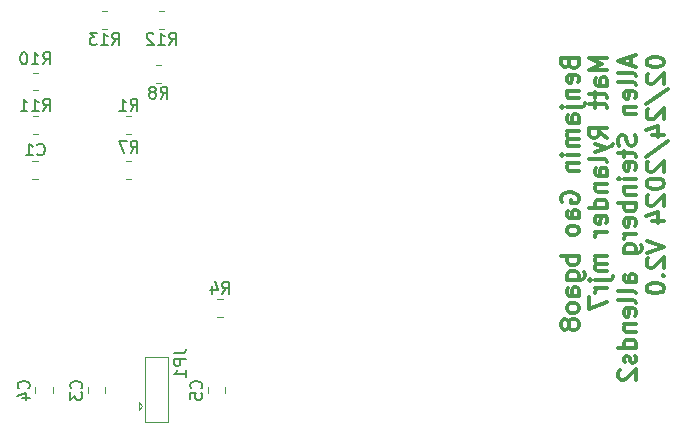
<source format=gbr>
%TF.GenerationSoftware,KiCad,Pcbnew,7.0.10*%
%TF.CreationDate,2024-03-04T00:36:13-06:00*%
%TF.ProjectId,ESP32,45535033-322e-46b6-9963-61645f706362,rev?*%
%TF.SameCoordinates,Original*%
%TF.FileFunction,Legend,Bot*%
%TF.FilePolarity,Positive*%
%FSLAX46Y46*%
G04 Gerber Fmt 4.6, Leading zero omitted, Abs format (unit mm)*
G04 Created by KiCad (PCBNEW 7.0.10) date 2024-03-04 00:36:13*
%MOMM*%
%LPD*%
G01*
G04 APERTURE LIST*
%ADD10C,0.300000*%
%ADD11C,0.150000*%
%ADD12C,0.120000*%
G04 APERTURE END LIST*
D10*
X135026114Y-88430510D02*
X135097542Y-88644796D01*
X135097542Y-88644796D02*
X135168971Y-88716225D01*
X135168971Y-88716225D02*
X135311828Y-88787653D01*
X135311828Y-88787653D02*
X135526114Y-88787653D01*
X135526114Y-88787653D02*
X135668971Y-88716225D01*
X135668971Y-88716225D02*
X135740400Y-88644796D01*
X135740400Y-88644796D02*
X135811828Y-88501939D01*
X135811828Y-88501939D02*
X135811828Y-87930510D01*
X135811828Y-87930510D02*
X134311828Y-87930510D01*
X134311828Y-87930510D02*
X134311828Y-88430510D01*
X134311828Y-88430510D02*
X134383257Y-88573368D01*
X134383257Y-88573368D02*
X134454685Y-88644796D01*
X134454685Y-88644796D02*
X134597542Y-88716225D01*
X134597542Y-88716225D02*
X134740400Y-88716225D01*
X134740400Y-88716225D02*
X134883257Y-88644796D01*
X134883257Y-88644796D02*
X134954685Y-88573368D01*
X134954685Y-88573368D02*
X135026114Y-88430510D01*
X135026114Y-88430510D02*
X135026114Y-87930510D01*
X135740400Y-90001939D02*
X135811828Y-89859082D01*
X135811828Y-89859082D02*
X135811828Y-89573368D01*
X135811828Y-89573368D02*
X135740400Y-89430510D01*
X135740400Y-89430510D02*
X135597542Y-89359082D01*
X135597542Y-89359082D02*
X135026114Y-89359082D01*
X135026114Y-89359082D02*
X134883257Y-89430510D01*
X134883257Y-89430510D02*
X134811828Y-89573368D01*
X134811828Y-89573368D02*
X134811828Y-89859082D01*
X134811828Y-89859082D02*
X134883257Y-90001939D01*
X134883257Y-90001939D02*
X135026114Y-90073368D01*
X135026114Y-90073368D02*
X135168971Y-90073368D01*
X135168971Y-90073368D02*
X135311828Y-89359082D01*
X134811828Y-90716224D02*
X135811828Y-90716224D01*
X134954685Y-90716224D02*
X134883257Y-90787653D01*
X134883257Y-90787653D02*
X134811828Y-90930510D01*
X134811828Y-90930510D02*
X134811828Y-91144796D01*
X134811828Y-91144796D02*
X134883257Y-91287653D01*
X134883257Y-91287653D02*
X135026114Y-91359082D01*
X135026114Y-91359082D02*
X135811828Y-91359082D01*
X134811828Y-92073367D02*
X136097542Y-92073367D01*
X136097542Y-92073367D02*
X136240400Y-92001939D01*
X136240400Y-92001939D02*
X136311828Y-91859082D01*
X136311828Y-91859082D02*
X136311828Y-91787653D01*
X134311828Y-92073367D02*
X134383257Y-92001939D01*
X134383257Y-92001939D02*
X134454685Y-92073367D01*
X134454685Y-92073367D02*
X134383257Y-92144796D01*
X134383257Y-92144796D02*
X134311828Y-92073367D01*
X134311828Y-92073367D02*
X134454685Y-92073367D01*
X135811828Y-93430511D02*
X135026114Y-93430511D01*
X135026114Y-93430511D02*
X134883257Y-93359082D01*
X134883257Y-93359082D02*
X134811828Y-93216225D01*
X134811828Y-93216225D02*
X134811828Y-92930511D01*
X134811828Y-92930511D02*
X134883257Y-92787653D01*
X135740400Y-93430511D02*
X135811828Y-93287653D01*
X135811828Y-93287653D02*
X135811828Y-92930511D01*
X135811828Y-92930511D02*
X135740400Y-92787653D01*
X135740400Y-92787653D02*
X135597542Y-92716225D01*
X135597542Y-92716225D02*
X135454685Y-92716225D01*
X135454685Y-92716225D02*
X135311828Y-92787653D01*
X135311828Y-92787653D02*
X135240400Y-92930511D01*
X135240400Y-92930511D02*
X135240400Y-93287653D01*
X135240400Y-93287653D02*
X135168971Y-93430511D01*
X135811828Y-94144796D02*
X134811828Y-94144796D01*
X134954685Y-94144796D02*
X134883257Y-94216225D01*
X134883257Y-94216225D02*
X134811828Y-94359082D01*
X134811828Y-94359082D02*
X134811828Y-94573368D01*
X134811828Y-94573368D02*
X134883257Y-94716225D01*
X134883257Y-94716225D02*
X135026114Y-94787654D01*
X135026114Y-94787654D02*
X135811828Y-94787654D01*
X135026114Y-94787654D02*
X134883257Y-94859082D01*
X134883257Y-94859082D02*
X134811828Y-95001939D01*
X134811828Y-95001939D02*
X134811828Y-95216225D01*
X134811828Y-95216225D02*
X134883257Y-95359082D01*
X134883257Y-95359082D02*
X135026114Y-95430511D01*
X135026114Y-95430511D02*
X135811828Y-95430511D01*
X135811828Y-96144796D02*
X134811828Y-96144796D01*
X134311828Y-96144796D02*
X134383257Y-96073368D01*
X134383257Y-96073368D02*
X134454685Y-96144796D01*
X134454685Y-96144796D02*
X134383257Y-96216225D01*
X134383257Y-96216225D02*
X134311828Y-96144796D01*
X134311828Y-96144796D02*
X134454685Y-96144796D01*
X134811828Y-96859082D02*
X135811828Y-96859082D01*
X134954685Y-96859082D02*
X134883257Y-96930511D01*
X134883257Y-96930511D02*
X134811828Y-97073368D01*
X134811828Y-97073368D02*
X134811828Y-97287654D01*
X134811828Y-97287654D02*
X134883257Y-97430511D01*
X134883257Y-97430511D02*
X135026114Y-97501940D01*
X135026114Y-97501940D02*
X135811828Y-97501940D01*
X134383257Y-100144797D02*
X134311828Y-100001940D01*
X134311828Y-100001940D02*
X134311828Y-99787654D01*
X134311828Y-99787654D02*
X134383257Y-99573368D01*
X134383257Y-99573368D02*
X134526114Y-99430511D01*
X134526114Y-99430511D02*
X134668971Y-99359082D01*
X134668971Y-99359082D02*
X134954685Y-99287654D01*
X134954685Y-99287654D02*
X135168971Y-99287654D01*
X135168971Y-99287654D02*
X135454685Y-99359082D01*
X135454685Y-99359082D02*
X135597542Y-99430511D01*
X135597542Y-99430511D02*
X135740400Y-99573368D01*
X135740400Y-99573368D02*
X135811828Y-99787654D01*
X135811828Y-99787654D02*
X135811828Y-99930511D01*
X135811828Y-99930511D02*
X135740400Y-100144797D01*
X135740400Y-100144797D02*
X135668971Y-100216225D01*
X135668971Y-100216225D02*
X135168971Y-100216225D01*
X135168971Y-100216225D02*
X135168971Y-99930511D01*
X135811828Y-101501940D02*
X135026114Y-101501940D01*
X135026114Y-101501940D02*
X134883257Y-101430511D01*
X134883257Y-101430511D02*
X134811828Y-101287654D01*
X134811828Y-101287654D02*
X134811828Y-101001940D01*
X134811828Y-101001940D02*
X134883257Y-100859082D01*
X135740400Y-101501940D02*
X135811828Y-101359082D01*
X135811828Y-101359082D02*
X135811828Y-101001940D01*
X135811828Y-101001940D02*
X135740400Y-100859082D01*
X135740400Y-100859082D02*
X135597542Y-100787654D01*
X135597542Y-100787654D02*
X135454685Y-100787654D01*
X135454685Y-100787654D02*
X135311828Y-100859082D01*
X135311828Y-100859082D02*
X135240400Y-101001940D01*
X135240400Y-101001940D02*
X135240400Y-101359082D01*
X135240400Y-101359082D02*
X135168971Y-101501940D01*
X135811828Y-102430511D02*
X135740400Y-102287654D01*
X135740400Y-102287654D02*
X135668971Y-102216225D01*
X135668971Y-102216225D02*
X135526114Y-102144797D01*
X135526114Y-102144797D02*
X135097542Y-102144797D01*
X135097542Y-102144797D02*
X134954685Y-102216225D01*
X134954685Y-102216225D02*
X134883257Y-102287654D01*
X134883257Y-102287654D02*
X134811828Y-102430511D01*
X134811828Y-102430511D02*
X134811828Y-102644797D01*
X134811828Y-102644797D02*
X134883257Y-102787654D01*
X134883257Y-102787654D02*
X134954685Y-102859083D01*
X134954685Y-102859083D02*
X135097542Y-102930511D01*
X135097542Y-102930511D02*
X135526114Y-102930511D01*
X135526114Y-102930511D02*
X135668971Y-102859083D01*
X135668971Y-102859083D02*
X135740400Y-102787654D01*
X135740400Y-102787654D02*
X135811828Y-102644797D01*
X135811828Y-102644797D02*
X135811828Y-102430511D01*
X135811828Y-104716225D02*
X134311828Y-104716225D01*
X134883257Y-104716225D02*
X134811828Y-104859083D01*
X134811828Y-104859083D02*
X134811828Y-105144797D01*
X134811828Y-105144797D02*
X134883257Y-105287654D01*
X134883257Y-105287654D02*
X134954685Y-105359083D01*
X134954685Y-105359083D02*
X135097542Y-105430511D01*
X135097542Y-105430511D02*
X135526114Y-105430511D01*
X135526114Y-105430511D02*
X135668971Y-105359083D01*
X135668971Y-105359083D02*
X135740400Y-105287654D01*
X135740400Y-105287654D02*
X135811828Y-105144797D01*
X135811828Y-105144797D02*
X135811828Y-104859083D01*
X135811828Y-104859083D02*
X135740400Y-104716225D01*
X134811828Y-106716226D02*
X136026114Y-106716226D01*
X136026114Y-106716226D02*
X136168971Y-106644797D01*
X136168971Y-106644797D02*
X136240400Y-106573368D01*
X136240400Y-106573368D02*
X136311828Y-106430511D01*
X136311828Y-106430511D02*
X136311828Y-106216226D01*
X136311828Y-106216226D02*
X136240400Y-106073368D01*
X135740400Y-106716226D02*
X135811828Y-106573368D01*
X135811828Y-106573368D02*
X135811828Y-106287654D01*
X135811828Y-106287654D02*
X135740400Y-106144797D01*
X135740400Y-106144797D02*
X135668971Y-106073368D01*
X135668971Y-106073368D02*
X135526114Y-106001940D01*
X135526114Y-106001940D02*
X135097542Y-106001940D01*
X135097542Y-106001940D02*
X134954685Y-106073368D01*
X134954685Y-106073368D02*
X134883257Y-106144797D01*
X134883257Y-106144797D02*
X134811828Y-106287654D01*
X134811828Y-106287654D02*
X134811828Y-106573368D01*
X134811828Y-106573368D02*
X134883257Y-106716226D01*
X135811828Y-108073369D02*
X135026114Y-108073369D01*
X135026114Y-108073369D02*
X134883257Y-108001940D01*
X134883257Y-108001940D02*
X134811828Y-107859083D01*
X134811828Y-107859083D02*
X134811828Y-107573369D01*
X134811828Y-107573369D02*
X134883257Y-107430511D01*
X135740400Y-108073369D02*
X135811828Y-107930511D01*
X135811828Y-107930511D02*
X135811828Y-107573369D01*
X135811828Y-107573369D02*
X135740400Y-107430511D01*
X135740400Y-107430511D02*
X135597542Y-107359083D01*
X135597542Y-107359083D02*
X135454685Y-107359083D01*
X135454685Y-107359083D02*
X135311828Y-107430511D01*
X135311828Y-107430511D02*
X135240400Y-107573369D01*
X135240400Y-107573369D02*
X135240400Y-107930511D01*
X135240400Y-107930511D02*
X135168971Y-108073369D01*
X135811828Y-109001940D02*
X135740400Y-108859083D01*
X135740400Y-108859083D02*
X135668971Y-108787654D01*
X135668971Y-108787654D02*
X135526114Y-108716226D01*
X135526114Y-108716226D02*
X135097542Y-108716226D01*
X135097542Y-108716226D02*
X134954685Y-108787654D01*
X134954685Y-108787654D02*
X134883257Y-108859083D01*
X134883257Y-108859083D02*
X134811828Y-109001940D01*
X134811828Y-109001940D02*
X134811828Y-109216226D01*
X134811828Y-109216226D02*
X134883257Y-109359083D01*
X134883257Y-109359083D02*
X134954685Y-109430512D01*
X134954685Y-109430512D02*
X135097542Y-109501940D01*
X135097542Y-109501940D02*
X135526114Y-109501940D01*
X135526114Y-109501940D02*
X135668971Y-109430512D01*
X135668971Y-109430512D02*
X135740400Y-109359083D01*
X135740400Y-109359083D02*
X135811828Y-109216226D01*
X135811828Y-109216226D02*
X135811828Y-109001940D01*
X134954685Y-110359083D02*
X134883257Y-110216226D01*
X134883257Y-110216226D02*
X134811828Y-110144797D01*
X134811828Y-110144797D02*
X134668971Y-110073369D01*
X134668971Y-110073369D02*
X134597542Y-110073369D01*
X134597542Y-110073369D02*
X134454685Y-110144797D01*
X134454685Y-110144797D02*
X134383257Y-110216226D01*
X134383257Y-110216226D02*
X134311828Y-110359083D01*
X134311828Y-110359083D02*
X134311828Y-110644797D01*
X134311828Y-110644797D02*
X134383257Y-110787655D01*
X134383257Y-110787655D02*
X134454685Y-110859083D01*
X134454685Y-110859083D02*
X134597542Y-110930512D01*
X134597542Y-110930512D02*
X134668971Y-110930512D01*
X134668971Y-110930512D02*
X134811828Y-110859083D01*
X134811828Y-110859083D02*
X134883257Y-110787655D01*
X134883257Y-110787655D02*
X134954685Y-110644797D01*
X134954685Y-110644797D02*
X134954685Y-110359083D01*
X134954685Y-110359083D02*
X135026114Y-110216226D01*
X135026114Y-110216226D02*
X135097542Y-110144797D01*
X135097542Y-110144797D02*
X135240400Y-110073369D01*
X135240400Y-110073369D02*
X135526114Y-110073369D01*
X135526114Y-110073369D02*
X135668971Y-110144797D01*
X135668971Y-110144797D02*
X135740400Y-110216226D01*
X135740400Y-110216226D02*
X135811828Y-110359083D01*
X135811828Y-110359083D02*
X135811828Y-110644797D01*
X135811828Y-110644797D02*
X135740400Y-110787655D01*
X135740400Y-110787655D02*
X135668971Y-110859083D01*
X135668971Y-110859083D02*
X135526114Y-110930512D01*
X135526114Y-110930512D02*
X135240400Y-110930512D01*
X135240400Y-110930512D02*
X135097542Y-110859083D01*
X135097542Y-110859083D02*
X135026114Y-110787655D01*
X135026114Y-110787655D02*
X134954685Y-110644797D01*
X138226828Y-87930510D02*
X136726828Y-87930510D01*
X136726828Y-87930510D02*
X137798257Y-88430510D01*
X137798257Y-88430510D02*
X136726828Y-88930510D01*
X136726828Y-88930510D02*
X138226828Y-88930510D01*
X138226828Y-90287654D02*
X137441114Y-90287654D01*
X137441114Y-90287654D02*
X137298257Y-90216225D01*
X137298257Y-90216225D02*
X137226828Y-90073368D01*
X137226828Y-90073368D02*
X137226828Y-89787654D01*
X137226828Y-89787654D02*
X137298257Y-89644796D01*
X138155400Y-90287654D02*
X138226828Y-90144796D01*
X138226828Y-90144796D02*
X138226828Y-89787654D01*
X138226828Y-89787654D02*
X138155400Y-89644796D01*
X138155400Y-89644796D02*
X138012542Y-89573368D01*
X138012542Y-89573368D02*
X137869685Y-89573368D01*
X137869685Y-89573368D02*
X137726828Y-89644796D01*
X137726828Y-89644796D02*
X137655400Y-89787654D01*
X137655400Y-89787654D02*
X137655400Y-90144796D01*
X137655400Y-90144796D02*
X137583971Y-90287654D01*
X137226828Y-90787654D02*
X137226828Y-91359082D01*
X136726828Y-91001939D02*
X138012542Y-91001939D01*
X138012542Y-91001939D02*
X138155400Y-91073368D01*
X138155400Y-91073368D02*
X138226828Y-91216225D01*
X138226828Y-91216225D02*
X138226828Y-91359082D01*
X137226828Y-91644797D02*
X137226828Y-92216225D01*
X136726828Y-91859082D02*
X138012542Y-91859082D01*
X138012542Y-91859082D02*
X138155400Y-91930511D01*
X138155400Y-91930511D02*
X138226828Y-92073368D01*
X138226828Y-92073368D02*
X138226828Y-92216225D01*
X138226828Y-94716225D02*
X137512542Y-94216225D01*
X138226828Y-93859082D02*
X136726828Y-93859082D01*
X136726828Y-93859082D02*
X136726828Y-94430511D01*
X136726828Y-94430511D02*
X136798257Y-94573368D01*
X136798257Y-94573368D02*
X136869685Y-94644797D01*
X136869685Y-94644797D02*
X137012542Y-94716225D01*
X137012542Y-94716225D02*
X137226828Y-94716225D01*
X137226828Y-94716225D02*
X137369685Y-94644797D01*
X137369685Y-94644797D02*
X137441114Y-94573368D01*
X137441114Y-94573368D02*
X137512542Y-94430511D01*
X137512542Y-94430511D02*
X137512542Y-93859082D01*
X137226828Y-95216225D02*
X138226828Y-95573368D01*
X137226828Y-95930511D02*
X138226828Y-95573368D01*
X138226828Y-95573368D02*
X138583971Y-95430511D01*
X138583971Y-95430511D02*
X138655400Y-95359082D01*
X138655400Y-95359082D02*
X138726828Y-95216225D01*
X138226828Y-96716225D02*
X138155400Y-96573368D01*
X138155400Y-96573368D02*
X138012542Y-96501939D01*
X138012542Y-96501939D02*
X136726828Y-96501939D01*
X138226828Y-97930511D02*
X137441114Y-97930511D01*
X137441114Y-97930511D02*
X137298257Y-97859082D01*
X137298257Y-97859082D02*
X137226828Y-97716225D01*
X137226828Y-97716225D02*
X137226828Y-97430511D01*
X137226828Y-97430511D02*
X137298257Y-97287653D01*
X138155400Y-97930511D02*
X138226828Y-97787653D01*
X138226828Y-97787653D02*
X138226828Y-97430511D01*
X138226828Y-97430511D02*
X138155400Y-97287653D01*
X138155400Y-97287653D02*
X138012542Y-97216225D01*
X138012542Y-97216225D02*
X137869685Y-97216225D01*
X137869685Y-97216225D02*
X137726828Y-97287653D01*
X137726828Y-97287653D02*
X137655400Y-97430511D01*
X137655400Y-97430511D02*
X137655400Y-97787653D01*
X137655400Y-97787653D02*
X137583971Y-97930511D01*
X137226828Y-98644796D02*
X138226828Y-98644796D01*
X137369685Y-98644796D02*
X137298257Y-98716225D01*
X137298257Y-98716225D02*
X137226828Y-98859082D01*
X137226828Y-98859082D02*
X137226828Y-99073368D01*
X137226828Y-99073368D02*
X137298257Y-99216225D01*
X137298257Y-99216225D02*
X137441114Y-99287654D01*
X137441114Y-99287654D02*
X138226828Y-99287654D01*
X138226828Y-100644797D02*
X136726828Y-100644797D01*
X138155400Y-100644797D02*
X138226828Y-100501939D01*
X138226828Y-100501939D02*
X138226828Y-100216225D01*
X138226828Y-100216225D02*
X138155400Y-100073368D01*
X138155400Y-100073368D02*
X138083971Y-100001939D01*
X138083971Y-100001939D02*
X137941114Y-99930511D01*
X137941114Y-99930511D02*
X137512542Y-99930511D01*
X137512542Y-99930511D02*
X137369685Y-100001939D01*
X137369685Y-100001939D02*
X137298257Y-100073368D01*
X137298257Y-100073368D02*
X137226828Y-100216225D01*
X137226828Y-100216225D02*
X137226828Y-100501939D01*
X137226828Y-100501939D02*
X137298257Y-100644797D01*
X138155400Y-101930511D02*
X138226828Y-101787654D01*
X138226828Y-101787654D02*
X138226828Y-101501940D01*
X138226828Y-101501940D02*
X138155400Y-101359082D01*
X138155400Y-101359082D02*
X138012542Y-101287654D01*
X138012542Y-101287654D02*
X137441114Y-101287654D01*
X137441114Y-101287654D02*
X137298257Y-101359082D01*
X137298257Y-101359082D02*
X137226828Y-101501940D01*
X137226828Y-101501940D02*
X137226828Y-101787654D01*
X137226828Y-101787654D02*
X137298257Y-101930511D01*
X137298257Y-101930511D02*
X137441114Y-102001940D01*
X137441114Y-102001940D02*
X137583971Y-102001940D01*
X137583971Y-102001940D02*
X137726828Y-101287654D01*
X138226828Y-102644796D02*
X137226828Y-102644796D01*
X137512542Y-102644796D02*
X137369685Y-102716225D01*
X137369685Y-102716225D02*
X137298257Y-102787654D01*
X137298257Y-102787654D02*
X137226828Y-102930511D01*
X137226828Y-102930511D02*
X137226828Y-103073368D01*
X138226828Y-104716224D02*
X137226828Y-104716224D01*
X137369685Y-104716224D02*
X137298257Y-104787653D01*
X137298257Y-104787653D02*
X137226828Y-104930510D01*
X137226828Y-104930510D02*
X137226828Y-105144796D01*
X137226828Y-105144796D02*
X137298257Y-105287653D01*
X137298257Y-105287653D02*
X137441114Y-105359082D01*
X137441114Y-105359082D02*
X138226828Y-105359082D01*
X137441114Y-105359082D02*
X137298257Y-105430510D01*
X137298257Y-105430510D02*
X137226828Y-105573367D01*
X137226828Y-105573367D02*
X137226828Y-105787653D01*
X137226828Y-105787653D02*
X137298257Y-105930510D01*
X137298257Y-105930510D02*
X137441114Y-106001939D01*
X137441114Y-106001939D02*
X138226828Y-106001939D01*
X137226828Y-106716224D02*
X138512542Y-106716224D01*
X138512542Y-106716224D02*
X138655400Y-106644796D01*
X138655400Y-106644796D02*
X138726828Y-106501939D01*
X138726828Y-106501939D02*
X138726828Y-106430510D01*
X136726828Y-106716224D02*
X136798257Y-106644796D01*
X136798257Y-106644796D02*
X136869685Y-106716224D01*
X136869685Y-106716224D02*
X136798257Y-106787653D01*
X136798257Y-106787653D02*
X136726828Y-106716224D01*
X136726828Y-106716224D02*
X136869685Y-106716224D01*
X138226828Y-107430510D02*
X137226828Y-107430510D01*
X137512542Y-107430510D02*
X137369685Y-107501939D01*
X137369685Y-107501939D02*
X137298257Y-107573368D01*
X137298257Y-107573368D02*
X137226828Y-107716225D01*
X137226828Y-107716225D02*
X137226828Y-107859082D01*
X136726828Y-108216224D02*
X136726828Y-109216224D01*
X136726828Y-109216224D02*
X138226828Y-108573367D01*
X140213257Y-87859082D02*
X140213257Y-88573368D01*
X140641828Y-87716225D02*
X139141828Y-88216225D01*
X139141828Y-88216225D02*
X140641828Y-88716225D01*
X140641828Y-89430510D02*
X140570400Y-89287653D01*
X140570400Y-89287653D02*
X140427542Y-89216224D01*
X140427542Y-89216224D02*
X139141828Y-89216224D01*
X140641828Y-90216224D02*
X140570400Y-90073367D01*
X140570400Y-90073367D02*
X140427542Y-90001938D01*
X140427542Y-90001938D02*
X139141828Y-90001938D01*
X140570400Y-91359081D02*
X140641828Y-91216224D01*
X140641828Y-91216224D02*
X140641828Y-90930510D01*
X140641828Y-90930510D02*
X140570400Y-90787652D01*
X140570400Y-90787652D02*
X140427542Y-90716224D01*
X140427542Y-90716224D02*
X139856114Y-90716224D01*
X139856114Y-90716224D02*
X139713257Y-90787652D01*
X139713257Y-90787652D02*
X139641828Y-90930510D01*
X139641828Y-90930510D02*
X139641828Y-91216224D01*
X139641828Y-91216224D02*
X139713257Y-91359081D01*
X139713257Y-91359081D02*
X139856114Y-91430510D01*
X139856114Y-91430510D02*
X139998971Y-91430510D01*
X139998971Y-91430510D02*
X140141828Y-90716224D01*
X139641828Y-92073366D02*
X140641828Y-92073366D01*
X139784685Y-92073366D02*
X139713257Y-92144795D01*
X139713257Y-92144795D02*
X139641828Y-92287652D01*
X139641828Y-92287652D02*
X139641828Y-92501938D01*
X139641828Y-92501938D02*
X139713257Y-92644795D01*
X139713257Y-92644795D02*
X139856114Y-92716224D01*
X139856114Y-92716224D02*
X140641828Y-92716224D01*
X140570400Y-94501938D02*
X140641828Y-94716224D01*
X140641828Y-94716224D02*
X140641828Y-95073366D01*
X140641828Y-95073366D02*
X140570400Y-95216224D01*
X140570400Y-95216224D02*
X140498971Y-95287652D01*
X140498971Y-95287652D02*
X140356114Y-95359081D01*
X140356114Y-95359081D02*
X140213257Y-95359081D01*
X140213257Y-95359081D02*
X140070400Y-95287652D01*
X140070400Y-95287652D02*
X139998971Y-95216224D01*
X139998971Y-95216224D02*
X139927542Y-95073366D01*
X139927542Y-95073366D02*
X139856114Y-94787652D01*
X139856114Y-94787652D02*
X139784685Y-94644795D01*
X139784685Y-94644795D02*
X139713257Y-94573366D01*
X139713257Y-94573366D02*
X139570400Y-94501938D01*
X139570400Y-94501938D02*
X139427542Y-94501938D01*
X139427542Y-94501938D02*
X139284685Y-94573366D01*
X139284685Y-94573366D02*
X139213257Y-94644795D01*
X139213257Y-94644795D02*
X139141828Y-94787652D01*
X139141828Y-94787652D02*
X139141828Y-95144795D01*
X139141828Y-95144795D02*
X139213257Y-95359081D01*
X139641828Y-95787652D02*
X139641828Y-96359080D01*
X139141828Y-96001937D02*
X140427542Y-96001937D01*
X140427542Y-96001937D02*
X140570400Y-96073366D01*
X140570400Y-96073366D02*
X140641828Y-96216223D01*
X140641828Y-96216223D02*
X140641828Y-96359080D01*
X140570400Y-97430509D02*
X140641828Y-97287652D01*
X140641828Y-97287652D02*
X140641828Y-97001938D01*
X140641828Y-97001938D02*
X140570400Y-96859080D01*
X140570400Y-96859080D02*
X140427542Y-96787652D01*
X140427542Y-96787652D02*
X139856114Y-96787652D01*
X139856114Y-96787652D02*
X139713257Y-96859080D01*
X139713257Y-96859080D02*
X139641828Y-97001938D01*
X139641828Y-97001938D02*
X139641828Y-97287652D01*
X139641828Y-97287652D02*
X139713257Y-97430509D01*
X139713257Y-97430509D02*
X139856114Y-97501938D01*
X139856114Y-97501938D02*
X139998971Y-97501938D01*
X139998971Y-97501938D02*
X140141828Y-96787652D01*
X140641828Y-98144794D02*
X139641828Y-98144794D01*
X139141828Y-98144794D02*
X139213257Y-98073366D01*
X139213257Y-98073366D02*
X139284685Y-98144794D01*
X139284685Y-98144794D02*
X139213257Y-98216223D01*
X139213257Y-98216223D02*
X139141828Y-98144794D01*
X139141828Y-98144794D02*
X139284685Y-98144794D01*
X139641828Y-98859080D02*
X140641828Y-98859080D01*
X139784685Y-98859080D02*
X139713257Y-98930509D01*
X139713257Y-98930509D02*
X139641828Y-99073366D01*
X139641828Y-99073366D02*
X139641828Y-99287652D01*
X139641828Y-99287652D02*
X139713257Y-99430509D01*
X139713257Y-99430509D02*
X139856114Y-99501938D01*
X139856114Y-99501938D02*
X140641828Y-99501938D01*
X140641828Y-100216223D02*
X139141828Y-100216223D01*
X139713257Y-100216223D02*
X139641828Y-100359081D01*
X139641828Y-100359081D02*
X139641828Y-100644795D01*
X139641828Y-100644795D02*
X139713257Y-100787652D01*
X139713257Y-100787652D02*
X139784685Y-100859081D01*
X139784685Y-100859081D02*
X139927542Y-100930509D01*
X139927542Y-100930509D02*
X140356114Y-100930509D01*
X140356114Y-100930509D02*
X140498971Y-100859081D01*
X140498971Y-100859081D02*
X140570400Y-100787652D01*
X140570400Y-100787652D02*
X140641828Y-100644795D01*
X140641828Y-100644795D02*
X140641828Y-100359081D01*
X140641828Y-100359081D02*
X140570400Y-100216223D01*
X140570400Y-102144795D02*
X140641828Y-102001938D01*
X140641828Y-102001938D02*
X140641828Y-101716224D01*
X140641828Y-101716224D02*
X140570400Y-101573366D01*
X140570400Y-101573366D02*
X140427542Y-101501938D01*
X140427542Y-101501938D02*
X139856114Y-101501938D01*
X139856114Y-101501938D02*
X139713257Y-101573366D01*
X139713257Y-101573366D02*
X139641828Y-101716224D01*
X139641828Y-101716224D02*
X139641828Y-102001938D01*
X139641828Y-102001938D02*
X139713257Y-102144795D01*
X139713257Y-102144795D02*
X139856114Y-102216224D01*
X139856114Y-102216224D02*
X139998971Y-102216224D01*
X139998971Y-102216224D02*
X140141828Y-101501938D01*
X140641828Y-102859080D02*
X139641828Y-102859080D01*
X139927542Y-102859080D02*
X139784685Y-102930509D01*
X139784685Y-102930509D02*
X139713257Y-103001938D01*
X139713257Y-103001938D02*
X139641828Y-103144795D01*
X139641828Y-103144795D02*
X139641828Y-103287652D01*
X139641828Y-104430509D02*
X140856114Y-104430509D01*
X140856114Y-104430509D02*
X140998971Y-104359080D01*
X140998971Y-104359080D02*
X141070400Y-104287651D01*
X141070400Y-104287651D02*
X141141828Y-104144794D01*
X141141828Y-104144794D02*
X141141828Y-103930509D01*
X141141828Y-103930509D02*
X141070400Y-103787651D01*
X140570400Y-104430509D02*
X140641828Y-104287651D01*
X140641828Y-104287651D02*
X140641828Y-104001937D01*
X140641828Y-104001937D02*
X140570400Y-103859080D01*
X140570400Y-103859080D02*
X140498971Y-103787651D01*
X140498971Y-103787651D02*
X140356114Y-103716223D01*
X140356114Y-103716223D02*
X139927542Y-103716223D01*
X139927542Y-103716223D02*
X139784685Y-103787651D01*
X139784685Y-103787651D02*
X139713257Y-103859080D01*
X139713257Y-103859080D02*
X139641828Y-104001937D01*
X139641828Y-104001937D02*
X139641828Y-104287651D01*
X139641828Y-104287651D02*
X139713257Y-104430509D01*
X140641828Y-106930509D02*
X139856114Y-106930509D01*
X139856114Y-106930509D02*
X139713257Y-106859080D01*
X139713257Y-106859080D02*
X139641828Y-106716223D01*
X139641828Y-106716223D02*
X139641828Y-106430509D01*
X139641828Y-106430509D02*
X139713257Y-106287651D01*
X140570400Y-106930509D02*
X140641828Y-106787651D01*
X140641828Y-106787651D02*
X140641828Y-106430509D01*
X140641828Y-106430509D02*
X140570400Y-106287651D01*
X140570400Y-106287651D02*
X140427542Y-106216223D01*
X140427542Y-106216223D02*
X140284685Y-106216223D01*
X140284685Y-106216223D02*
X140141828Y-106287651D01*
X140141828Y-106287651D02*
X140070400Y-106430509D01*
X140070400Y-106430509D02*
X140070400Y-106787651D01*
X140070400Y-106787651D02*
X139998971Y-106930509D01*
X140641828Y-107859080D02*
X140570400Y-107716223D01*
X140570400Y-107716223D02*
X140427542Y-107644794D01*
X140427542Y-107644794D02*
X139141828Y-107644794D01*
X140641828Y-108644794D02*
X140570400Y-108501937D01*
X140570400Y-108501937D02*
X140427542Y-108430508D01*
X140427542Y-108430508D02*
X139141828Y-108430508D01*
X140570400Y-109787651D02*
X140641828Y-109644794D01*
X140641828Y-109644794D02*
X140641828Y-109359080D01*
X140641828Y-109359080D02*
X140570400Y-109216222D01*
X140570400Y-109216222D02*
X140427542Y-109144794D01*
X140427542Y-109144794D02*
X139856114Y-109144794D01*
X139856114Y-109144794D02*
X139713257Y-109216222D01*
X139713257Y-109216222D02*
X139641828Y-109359080D01*
X139641828Y-109359080D02*
X139641828Y-109644794D01*
X139641828Y-109644794D02*
X139713257Y-109787651D01*
X139713257Y-109787651D02*
X139856114Y-109859080D01*
X139856114Y-109859080D02*
X139998971Y-109859080D01*
X139998971Y-109859080D02*
X140141828Y-109144794D01*
X139641828Y-110501936D02*
X140641828Y-110501936D01*
X139784685Y-110501936D02*
X139713257Y-110573365D01*
X139713257Y-110573365D02*
X139641828Y-110716222D01*
X139641828Y-110716222D02*
X139641828Y-110930508D01*
X139641828Y-110930508D02*
X139713257Y-111073365D01*
X139713257Y-111073365D02*
X139856114Y-111144794D01*
X139856114Y-111144794D02*
X140641828Y-111144794D01*
X140641828Y-112501937D02*
X139141828Y-112501937D01*
X140570400Y-112501937D02*
X140641828Y-112359079D01*
X140641828Y-112359079D02*
X140641828Y-112073365D01*
X140641828Y-112073365D02*
X140570400Y-111930508D01*
X140570400Y-111930508D02*
X140498971Y-111859079D01*
X140498971Y-111859079D02*
X140356114Y-111787651D01*
X140356114Y-111787651D02*
X139927542Y-111787651D01*
X139927542Y-111787651D02*
X139784685Y-111859079D01*
X139784685Y-111859079D02*
X139713257Y-111930508D01*
X139713257Y-111930508D02*
X139641828Y-112073365D01*
X139641828Y-112073365D02*
X139641828Y-112359079D01*
X139641828Y-112359079D02*
X139713257Y-112501937D01*
X140570400Y-113144794D02*
X140641828Y-113287651D01*
X140641828Y-113287651D02*
X140641828Y-113573365D01*
X140641828Y-113573365D02*
X140570400Y-113716222D01*
X140570400Y-113716222D02*
X140427542Y-113787651D01*
X140427542Y-113787651D02*
X140356114Y-113787651D01*
X140356114Y-113787651D02*
X140213257Y-113716222D01*
X140213257Y-113716222D02*
X140141828Y-113573365D01*
X140141828Y-113573365D02*
X140141828Y-113359080D01*
X140141828Y-113359080D02*
X140070400Y-113216222D01*
X140070400Y-113216222D02*
X139927542Y-113144794D01*
X139927542Y-113144794D02*
X139856114Y-113144794D01*
X139856114Y-113144794D02*
X139713257Y-113216222D01*
X139713257Y-113216222D02*
X139641828Y-113359080D01*
X139641828Y-113359080D02*
X139641828Y-113573365D01*
X139641828Y-113573365D02*
X139713257Y-113716222D01*
X139284685Y-114359080D02*
X139213257Y-114430508D01*
X139213257Y-114430508D02*
X139141828Y-114573366D01*
X139141828Y-114573366D02*
X139141828Y-114930508D01*
X139141828Y-114930508D02*
X139213257Y-115073366D01*
X139213257Y-115073366D02*
X139284685Y-115144794D01*
X139284685Y-115144794D02*
X139427542Y-115216223D01*
X139427542Y-115216223D02*
X139570400Y-115216223D01*
X139570400Y-115216223D02*
X139784685Y-115144794D01*
X139784685Y-115144794D02*
X140641828Y-114287651D01*
X140641828Y-114287651D02*
X140641828Y-115216223D01*
X141556828Y-88216225D02*
X141556828Y-88359082D01*
X141556828Y-88359082D02*
X141628257Y-88501939D01*
X141628257Y-88501939D02*
X141699685Y-88573368D01*
X141699685Y-88573368D02*
X141842542Y-88644796D01*
X141842542Y-88644796D02*
X142128257Y-88716225D01*
X142128257Y-88716225D02*
X142485400Y-88716225D01*
X142485400Y-88716225D02*
X142771114Y-88644796D01*
X142771114Y-88644796D02*
X142913971Y-88573368D01*
X142913971Y-88573368D02*
X142985400Y-88501939D01*
X142985400Y-88501939D02*
X143056828Y-88359082D01*
X143056828Y-88359082D02*
X143056828Y-88216225D01*
X143056828Y-88216225D02*
X142985400Y-88073368D01*
X142985400Y-88073368D02*
X142913971Y-88001939D01*
X142913971Y-88001939D02*
X142771114Y-87930510D01*
X142771114Y-87930510D02*
X142485400Y-87859082D01*
X142485400Y-87859082D02*
X142128257Y-87859082D01*
X142128257Y-87859082D02*
X141842542Y-87930510D01*
X141842542Y-87930510D02*
X141699685Y-88001939D01*
X141699685Y-88001939D02*
X141628257Y-88073368D01*
X141628257Y-88073368D02*
X141556828Y-88216225D01*
X141699685Y-89287653D02*
X141628257Y-89359081D01*
X141628257Y-89359081D02*
X141556828Y-89501939D01*
X141556828Y-89501939D02*
X141556828Y-89859081D01*
X141556828Y-89859081D02*
X141628257Y-90001939D01*
X141628257Y-90001939D02*
X141699685Y-90073367D01*
X141699685Y-90073367D02*
X141842542Y-90144796D01*
X141842542Y-90144796D02*
X141985400Y-90144796D01*
X141985400Y-90144796D02*
X142199685Y-90073367D01*
X142199685Y-90073367D02*
X143056828Y-89216224D01*
X143056828Y-89216224D02*
X143056828Y-90144796D01*
X141485400Y-91859081D02*
X143413971Y-90573367D01*
X141699685Y-92287653D02*
X141628257Y-92359081D01*
X141628257Y-92359081D02*
X141556828Y-92501939D01*
X141556828Y-92501939D02*
X141556828Y-92859081D01*
X141556828Y-92859081D02*
X141628257Y-93001939D01*
X141628257Y-93001939D02*
X141699685Y-93073367D01*
X141699685Y-93073367D02*
X141842542Y-93144796D01*
X141842542Y-93144796D02*
X141985400Y-93144796D01*
X141985400Y-93144796D02*
X142199685Y-93073367D01*
X142199685Y-93073367D02*
X143056828Y-92216224D01*
X143056828Y-92216224D02*
X143056828Y-93144796D01*
X142056828Y-94430510D02*
X143056828Y-94430510D01*
X141485400Y-94073367D02*
X142556828Y-93716224D01*
X142556828Y-93716224D02*
X142556828Y-94644795D01*
X141485400Y-96287652D02*
X143413971Y-95001938D01*
X141699685Y-96716224D02*
X141628257Y-96787652D01*
X141628257Y-96787652D02*
X141556828Y-96930510D01*
X141556828Y-96930510D02*
X141556828Y-97287652D01*
X141556828Y-97287652D02*
X141628257Y-97430510D01*
X141628257Y-97430510D02*
X141699685Y-97501938D01*
X141699685Y-97501938D02*
X141842542Y-97573367D01*
X141842542Y-97573367D02*
X141985400Y-97573367D01*
X141985400Y-97573367D02*
X142199685Y-97501938D01*
X142199685Y-97501938D02*
X143056828Y-96644795D01*
X143056828Y-96644795D02*
X143056828Y-97573367D01*
X141556828Y-98501938D02*
X141556828Y-98644795D01*
X141556828Y-98644795D02*
X141628257Y-98787652D01*
X141628257Y-98787652D02*
X141699685Y-98859081D01*
X141699685Y-98859081D02*
X141842542Y-98930509D01*
X141842542Y-98930509D02*
X142128257Y-99001938D01*
X142128257Y-99001938D02*
X142485400Y-99001938D01*
X142485400Y-99001938D02*
X142771114Y-98930509D01*
X142771114Y-98930509D02*
X142913971Y-98859081D01*
X142913971Y-98859081D02*
X142985400Y-98787652D01*
X142985400Y-98787652D02*
X143056828Y-98644795D01*
X143056828Y-98644795D02*
X143056828Y-98501938D01*
X143056828Y-98501938D02*
X142985400Y-98359081D01*
X142985400Y-98359081D02*
X142913971Y-98287652D01*
X142913971Y-98287652D02*
X142771114Y-98216223D01*
X142771114Y-98216223D02*
X142485400Y-98144795D01*
X142485400Y-98144795D02*
X142128257Y-98144795D01*
X142128257Y-98144795D02*
X141842542Y-98216223D01*
X141842542Y-98216223D02*
X141699685Y-98287652D01*
X141699685Y-98287652D02*
X141628257Y-98359081D01*
X141628257Y-98359081D02*
X141556828Y-98501938D01*
X141699685Y-99573366D02*
X141628257Y-99644794D01*
X141628257Y-99644794D02*
X141556828Y-99787652D01*
X141556828Y-99787652D02*
X141556828Y-100144794D01*
X141556828Y-100144794D02*
X141628257Y-100287652D01*
X141628257Y-100287652D02*
X141699685Y-100359080D01*
X141699685Y-100359080D02*
X141842542Y-100430509D01*
X141842542Y-100430509D02*
X141985400Y-100430509D01*
X141985400Y-100430509D02*
X142199685Y-100359080D01*
X142199685Y-100359080D02*
X143056828Y-99501937D01*
X143056828Y-99501937D02*
X143056828Y-100430509D01*
X142056828Y-101716223D02*
X143056828Y-101716223D01*
X141485400Y-101359080D02*
X142556828Y-101001937D01*
X142556828Y-101001937D02*
X142556828Y-101930508D01*
X141556828Y-103430508D02*
X143056828Y-103930508D01*
X143056828Y-103930508D02*
X141556828Y-104430508D01*
X141699685Y-104859079D02*
X141628257Y-104930507D01*
X141628257Y-104930507D02*
X141556828Y-105073365D01*
X141556828Y-105073365D02*
X141556828Y-105430507D01*
X141556828Y-105430507D02*
X141628257Y-105573365D01*
X141628257Y-105573365D02*
X141699685Y-105644793D01*
X141699685Y-105644793D02*
X141842542Y-105716222D01*
X141842542Y-105716222D02*
X141985400Y-105716222D01*
X141985400Y-105716222D02*
X142199685Y-105644793D01*
X142199685Y-105644793D02*
X143056828Y-104787650D01*
X143056828Y-104787650D02*
X143056828Y-105716222D01*
X142913971Y-106359078D02*
X142985400Y-106430507D01*
X142985400Y-106430507D02*
X143056828Y-106359078D01*
X143056828Y-106359078D02*
X142985400Y-106287650D01*
X142985400Y-106287650D02*
X142913971Y-106359078D01*
X142913971Y-106359078D02*
X143056828Y-106359078D01*
X141556828Y-107359079D02*
X141556828Y-107501936D01*
X141556828Y-107501936D02*
X141628257Y-107644793D01*
X141628257Y-107644793D02*
X141699685Y-107716222D01*
X141699685Y-107716222D02*
X141842542Y-107787650D01*
X141842542Y-107787650D02*
X142128257Y-107859079D01*
X142128257Y-107859079D02*
X142485400Y-107859079D01*
X142485400Y-107859079D02*
X142771114Y-107787650D01*
X142771114Y-107787650D02*
X142913971Y-107716222D01*
X142913971Y-107716222D02*
X142985400Y-107644793D01*
X142985400Y-107644793D02*
X143056828Y-107501936D01*
X143056828Y-107501936D02*
X143056828Y-107359079D01*
X143056828Y-107359079D02*
X142985400Y-107216222D01*
X142985400Y-107216222D02*
X142913971Y-107144793D01*
X142913971Y-107144793D02*
X142771114Y-107073364D01*
X142771114Y-107073364D02*
X142485400Y-107001936D01*
X142485400Y-107001936D02*
X142128257Y-107001936D01*
X142128257Y-107001936D02*
X141842542Y-107073364D01*
X141842542Y-107073364D02*
X141699685Y-107144793D01*
X141699685Y-107144793D02*
X141628257Y-107216222D01*
X141628257Y-107216222D02*
X141556828Y-107359079D01*
D11*
X97870666Y-95958819D02*
X98203999Y-95482628D01*
X98442094Y-95958819D02*
X98442094Y-94958819D01*
X98442094Y-94958819D02*
X98061142Y-94958819D01*
X98061142Y-94958819D02*
X97965904Y-95006438D01*
X97965904Y-95006438D02*
X97918285Y-95054057D01*
X97918285Y-95054057D02*
X97870666Y-95149295D01*
X97870666Y-95149295D02*
X97870666Y-95292152D01*
X97870666Y-95292152D02*
X97918285Y-95387390D01*
X97918285Y-95387390D02*
X97965904Y-95435009D01*
X97965904Y-95435009D02*
X98061142Y-95482628D01*
X98061142Y-95482628D02*
X98442094Y-95482628D01*
X97537332Y-94958819D02*
X96870666Y-94958819D01*
X96870666Y-94958819D02*
X97299237Y-95958819D01*
X90455357Y-88465819D02*
X90788690Y-87989628D01*
X91026785Y-88465819D02*
X91026785Y-87465819D01*
X91026785Y-87465819D02*
X90645833Y-87465819D01*
X90645833Y-87465819D02*
X90550595Y-87513438D01*
X90550595Y-87513438D02*
X90502976Y-87561057D01*
X90502976Y-87561057D02*
X90455357Y-87656295D01*
X90455357Y-87656295D02*
X90455357Y-87799152D01*
X90455357Y-87799152D02*
X90502976Y-87894390D01*
X90502976Y-87894390D02*
X90550595Y-87942009D01*
X90550595Y-87942009D02*
X90645833Y-87989628D01*
X90645833Y-87989628D02*
X91026785Y-87989628D01*
X89502976Y-88465819D02*
X90074404Y-88465819D01*
X89788690Y-88465819D02*
X89788690Y-87465819D01*
X89788690Y-87465819D02*
X89883928Y-87608676D01*
X89883928Y-87608676D02*
X89979166Y-87703914D01*
X89979166Y-87703914D02*
X90074404Y-87751533D01*
X88883928Y-87465819D02*
X88788690Y-87465819D01*
X88788690Y-87465819D02*
X88693452Y-87513438D01*
X88693452Y-87513438D02*
X88645833Y-87561057D01*
X88645833Y-87561057D02*
X88598214Y-87656295D01*
X88598214Y-87656295D02*
X88550595Y-87846771D01*
X88550595Y-87846771D02*
X88550595Y-88084866D01*
X88550595Y-88084866D02*
X88598214Y-88275342D01*
X88598214Y-88275342D02*
X88645833Y-88370580D01*
X88645833Y-88370580D02*
X88693452Y-88418200D01*
X88693452Y-88418200D02*
X88788690Y-88465819D01*
X88788690Y-88465819D02*
X88883928Y-88465819D01*
X88883928Y-88465819D02*
X88979166Y-88418200D01*
X88979166Y-88418200D02*
X89026785Y-88370580D01*
X89026785Y-88370580D02*
X89074404Y-88275342D01*
X89074404Y-88275342D02*
X89122023Y-88084866D01*
X89122023Y-88084866D02*
X89122023Y-87846771D01*
X89122023Y-87846771D02*
X89074404Y-87656295D01*
X89074404Y-87656295D02*
X89026785Y-87561057D01*
X89026785Y-87561057D02*
X88979166Y-87513438D01*
X88979166Y-87513438D02*
X88883928Y-87465819D01*
X93675580Y-115911333D02*
X93723200Y-115863714D01*
X93723200Y-115863714D02*
X93770819Y-115720857D01*
X93770819Y-115720857D02*
X93770819Y-115625619D01*
X93770819Y-115625619D02*
X93723200Y-115482762D01*
X93723200Y-115482762D02*
X93627961Y-115387524D01*
X93627961Y-115387524D02*
X93532723Y-115339905D01*
X93532723Y-115339905D02*
X93342247Y-115292286D01*
X93342247Y-115292286D02*
X93199390Y-115292286D01*
X93199390Y-115292286D02*
X93008914Y-115339905D01*
X93008914Y-115339905D02*
X92913676Y-115387524D01*
X92913676Y-115387524D02*
X92818438Y-115482762D01*
X92818438Y-115482762D02*
X92770819Y-115625619D01*
X92770819Y-115625619D02*
X92770819Y-115720857D01*
X92770819Y-115720857D02*
X92818438Y-115863714D01*
X92818438Y-115863714D02*
X92866057Y-115911333D01*
X92770819Y-116244667D02*
X92770819Y-116863714D01*
X92770819Y-116863714D02*
X93151771Y-116530381D01*
X93151771Y-116530381D02*
X93151771Y-116673238D01*
X93151771Y-116673238D02*
X93199390Y-116768476D01*
X93199390Y-116768476D02*
X93247009Y-116816095D01*
X93247009Y-116816095D02*
X93342247Y-116863714D01*
X93342247Y-116863714D02*
X93580342Y-116863714D01*
X93580342Y-116863714D02*
X93675580Y-116816095D01*
X93675580Y-116816095D02*
X93723200Y-116768476D01*
X93723200Y-116768476D02*
X93770819Y-116673238D01*
X93770819Y-116673238D02*
X93770819Y-116387524D01*
X93770819Y-116387524D02*
X93723200Y-116292286D01*
X93723200Y-116292286D02*
X93675580Y-116244667D01*
X103835580Y-115911333D02*
X103883200Y-115863714D01*
X103883200Y-115863714D02*
X103930819Y-115720857D01*
X103930819Y-115720857D02*
X103930819Y-115625619D01*
X103930819Y-115625619D02*
X103883200Y-115482762D01*
X103883200Y-115482762D02*
X103787961Y-115387524D01*
X103787961Y-115387524D02*
X103692723Y-115339905D01*
X103692723Y-115339905D02*
X103502247Y-115292286D01*
X103502247Y-115292286D02*
X103359390Y-115292286D01*
X103359390Y-115292286D02*
X103168914Y-115339905D01*
X103168914Y-115339905D02*
X103073676Y-115387524D01*
X103073676Y-115387524D02*
X102978438Y-115482762D01*
X102978438Y-115482762D02*
X102930819Y-115625619D01*
X102930819Y-115625619D02*
X102930819Y-115720857D01*
X102930819Y-115720857D02*
X102978438Y-115863714D01*
X102978438Y-115863714D02*
X103026057Y-115911333D01*
X102930819Y-116816095D02*
X102930819Y-116339905D01*
X102930819Y-116339905D02*
X103407009Y-116292286D01*
X103407009Y-116292286D02*
X103359390Y-116339905D01*
X103359390Y-116339905D02*
X103311771Y-116435143D01*
X103311771Y-116435143D02*
X103311771Y-116673238D01*
X103311771Y-116673238D02*
X103359390Y-116768476D01*
X103359390Y-116768476D02*
X103407009Y-116816095D01*
X103407009Y-116816095D02*
X103502247Y-116863714D01*
X103502247Y-116863714D02*
X103740342Y-116863714D01*
X103740342Y-116863714D02*
X103835580Y-116816095D01*
X103835580Y-116816095D02*
X103883200Y-116768476D01*
X103883200Y-116768476D02*
X103930819Y-116673238D01*
X103930819Y-116673238D02*
X103930819Y-116435143D01*
X103930819Y-116435143D02*
X103883200Y-116339905D01*
X103883200Y-116339905D02*
X103835580Y-116292286D01*
X89230580Y-115911333D02*
X89278200Y-115863714D01*
X89278200Y-115863714D02*
X89325819Y-115720857D01*
X89325819Y-115720857D02*
X89325819Y-115625619D01*
X89325819Y-115625619D02*
X89278200Y-115482762D01*
X89278200Y-115482762D02*
X89182961Y-115387524D01*
X89182961Y-115387524D02*
X89087723Y-115339905D01*
X89087723Y-115339905D02*
X88897247Y-115292286D01*
X88897247Y-115292286D02*
X88754390Y-115292286D01*
X88754390Y-115292286D02*
X88563914Y-115339905D01*
X88563914Y-115339905D02*
X88468676Y-115387524D01*
X88468676Y-115387524D02*
X88373438Y-115482762D01*
X88373438Y-115482762D02*
X88325819Y-115625619D01*
X88325819Y-115625619D02*
X88325819Y-115720857D01*
X88325819Y-115720857D02*
X88373438Y-115863714D01*
X88373438Y-115863714D02*
X88421057Y-115911333D01*
X88659152Y-116768476D02*
X89325819Y-116768476D01*
X88278200Y-116530381D02*
X88992485Y-116292286D01*
X88992485Y-116292286D02*
X88992485Y-116911333D01*
X89979166Y-96088580D02*
X90026785Y-96136200D01*
X90026785Y-96136200D02*
X90169642Y-96183819D01*
X90169642Y-96183819D02*
X90264880Y-96183819D01*
X90264880Y-96183819D02*
X90407737Y-96136200D01*
X90407737Y-96136200D02*
X90502975Y-96040961D01*
X90502975Y-96040961D02*
X90550594Y-95945723D01*
X90550594Y-95945723D02*
X90598213Y-95755247D01*
X90598213Y-95755247D02*
X90598213Y-95612390D01*
X90598213Y-95612390D02*
X90550594Y-95421914D01*
X90550594Y-95421914D02*
X90502975Y-95326676D01*
X90502975Y-95326676D02*
X90407737Y-95231438D01*
X90407737Y-95231438D02*
X90264880Y-95183819D01*
X90264880Y-95183819D02*
X90169642Y-95183819D01*
X90169642Y-95183819D02*
X90026785Y-95231438D01*
X90026785Y-95231438D02*
X89979166Y-95279057D01*
X89026785Y-96183819D02*
X89598213Y-96183819D01*
X89312499Y-96183819D02*
X89312499Y-95183819D01*
X89312499Y-95183819D02*
X89407737Y-95326676D01*
X89407737Y-95326676D02*
X89502975Y-95421914D01*
X89502975Y-95421914D02*
X89598213Y-95469533D01*
X90472857Y-92403819D02*
X90806190Y-91927628D01*
X91044285Y-92403819D02*
X91044285Y-91403819D01*
X91044285Y-91403819D02*
X90663333Y-91403819D01*
X90663333Y-91403819D02*
X90568095Y-91451438D01*
X90568095Y-91451438D02*
X90520476Y-91499057D01*
X90520476Y-91499057D02*
X90472857Y-91594295D01*
X90472857Y-91594295D02*
X90472857Y-91737152D01*
X90472857Y-91737152D02*
X90520476Y-91832390D01*
X90520476Y-91832390D02*
X90568095Y-91880009D01*
X90568095Y-91880009D02*
X90663333Y-91927628D01*
X90663333Y-91927628D02*
X91044285Y-91927628D01*
X89520476Y-92403819D02*
X90091904Y-92403819D01*
X89806190Y-92403819D02*
X89806190Y-91403819D01*
X89806190Y-91403819D02*
X89901428Y-91546676D01*
X89901428Y-91546676D02*
X89996666Y-91641914D01*
X89996666Y-91641914D02*
X90091904Y-91689533D01*
X88568095Y-92403819D02*
X89139523Y-92403819D01*
X88853809Y-92403819D02*
X88853809Y-91403819D01*
X88853809Y-91403819D02*
X88949047Y-91546676D01*
X88949047Y-91546676D02*
X89044285Y-91641914D01*
X89044285Y-91641914D02*
X89139523Y-91689533D01*
X96314857Y-86813819D02*
X96648190Y-86337628D01*
X96886285Y-86813819D02*
X96886285Y-85813819D01*
X96886285Y-85813819D02*
X96505333Y-85813819D01*
X96505333Y-85813819D02*
X96410095Y-85861438D01*
X96410095Y-85861438D02*
X96362476Y-85909057D01*
X96362476Y-85909057D02*
X96314857Y-86004295D01*
X96314857Y-86004295D02*
X96314857Y-86147152D01*
X96314857Y-86147152D02*
X96362476Y-86242390D01*
X96362476Y-86242390D02*
X96410095Y-86290009D01*
X96410095Y-86290009D02*
X96505333Y-86337628D01*
X96505333Y-86337628D02*
X96886285Y-86337628D01*
X95362476Y-86813819D02*
X95933904Y-86813819D01*
X95648190Y-86813819D02*
X95648190Y-85813819D01*
X95648190Y-85813819D02*
X95743428Y-85956676D01*
X95743428Y-85956676D02*
X95838666Y-86051914D01*
X95838666Y-86051914D02*
X95933904Y-86099533D01*
X95029142Y-85813819D02*
X94410095Y-85813819D01*
X94410095Y-85813819D02*
X94743428Y-86194771D01*
X94743428Y-86194771D02*
X94600571Y-86194771D01*
X94600571Y-86194771D02*
X94505333Y-86242390D01*
X94505333Y-86242390D02*
X94457714Y-86290009D01*
X94457714Y-86290009D02*
X94410095Y-86385247D01*
X94410095Y-86385247D02*
X94410095Y-86623342D01*
X94410095Y-86623342D02*
X94457714Y-86718580D01*
X94457714Y-86718580D02*
X94505333Y-86766200D01*
X94505333Y-86766200D02*
X94600571Y-86813819D01*
X94600571Y-86813819D02*
X94886285Y-86813819D01*
X94886285Y-86813819D02*
X94981523Y-86766200D01*
X94981523Y-86766200D02*
X95029142Y-86718580D01*
X97870666Y-92403819D02*
X98203999Y-91927628D01*
X98442094Y-92403819D02*
X98442094Y-91403819D01*
X98442094Y-91403819D02*
X98061142Y-91403819D01*
X98061142Y-91403819D02*
X97965904Y-91451438D01*
X97965904Y-91451438D02*
X97918285Y-91499057D01*
X97918285Y-91499057D02*
X97870666Y-91594295D01*
X97870666Y-91594295D02*
X97870666Y-91737152D01*
X97870666Y-91737152D02*
X97918285Y-91832390D01*
X97918285Y-91832390D02*
X97965904Y-91880009D01*
X97965904Y-91880009D02*
X98061142Y-91927628D01*
X98061142Y-91927628D02*
X98442094Y-91927628D01*
X96918285Y-92403819D02*
X97489713Y-92403819D01*
X97203999Y-92403819D02*
X97203999Y-91403819D01*
X97203999Y-91403819D02*
X97299237Y-91546676D01*
X97299237Y-91546676D02*
X97394475Y-91641914D01*
X97394475Y-91641914D02*
X97489713Y-91689533D01*
X101140857Y-86813819D02*
X101474190Y-86337628D01*
X101712285Y-86813819D02*
X101712285Y-85813819D01*
X101712285Y-85813819D02*
X101331333Y-85813819D01*
X101331333Y-85813819D02*
X101236095Y-85861438D01*
X101236095Y-85861438D02*
X101188476Y-85909057D01*
X101188476Y-85909057D02*
X101140857Y-86004295D01*
X101140857Y-86004295D02*
X101140857Y-86147152D01*
X101140857Y-86147152D02*
X101188476Y-86242390D01*
X101188476Y-86242390D02*
X101236095Y-86290009D01*
X101236095Y-86290009D02*
X101331333Y-86337628D01*
X101331333Y-86337628D02*
X101712285Y-86337628D01*
X100188476Y-86813819D02*
X100759904Y-86813819D01*
X100474190Y-86813819D02*
X100474190Y-85813819D01*
X100474190Y-85813819D02*
X100569428Y-85956676D01*
X100569428Y-85956676D02*
X100664666Y-86051914D01*
X100664666Y-86051914D02*
X100759904Y-86099533D01*
X99807523Y-85909057D02*
X99759904Y-85861438D01*
X99759904Y-85861438D02*
X99664666Y-85813819D01*
X99664666Y-85813819D02*
X99426571Y-85813819D01*
X99426571Y-85813819D02*
X99331333Y-85861438D01*
X99331333Y-85861438D02*
X99283714Y-85909057D01*
X99283714Y-85909057D02*
X99236095Y-86004295D01*
X99236095Y-86004295D02*
X99236095Y-86099533D01*
X99236095Y-86099533D02*
X99283714Y-86242390D01*
X99283714Y-86242390D02*
X99855142Y-86813819D01*
X99855142Y-86813819D02*
X99236095Y-86813819D01*
X100410666Y-91385819D02*
X100743999Y-90909628D01*
X100982094Y-91385819D02*
X100982094Y-90385819D01*
X100982094Y-90385819D02*
X100601142Y-90385819D01*
X100601142Y-90385819D02*
X100505904Y-90433438D01*
X100505904Y-90433438D02*
X100458285Y-90481057D01*
X100458285Y-90481057D02*
X100410666Y-90576295D01*
X100410666Y-90576295D02*
X100410666Y-90719152D01*
X100410666Y-90719152D02*
X100458285Y-90814390D01*
X100458285Y-90814390D02*
X100505904Y-90862009D01*
X100505904Y-90862009D02*
X100601142Y-90909628D01*
X100601142Y-90909628D02*
X100982094Y-90909628D01*
X99839237Y-90814390D02*
X99934475Y-90766771D01*
X99934475Y-90766771D02*
X99982094Y-90719152D01*
X99982094Y-90719152D02*
X100029713Y-90623914D01*
X100029713Y-90623914D02*
X100029713Y-90576295D01*
X100029713Y-90576295D02*
X99982094Y-90481057D01*
X99982094Y-90481057D02*
X99934475Y-90433438D01*
X99934475Y-90433438D02*
X99839237Y-90385819D01*
X99839237Y-90385819D02*
X99648761Y-90385819D01*
X99648761Y-90385819D02*
X99553523Y-90433438D01*
X99553523Y-90433438D02*
X99505904Y-90481057D01*
X99505904Y-90481057D02*
X99458285Y-90576295D01*
X99458285Y-90576295D02*
X99458285Y-90623914D01*
X99458285Y-90623914D02*
X99505904Y-90719152D01*
X99505904Y-90719152D02*
X99553523Y-90766771D01*
X99553523Y-90766771D02*
X99648761Y-90814390D01*
X99648761Y-90814390D02*
X99839237Y-90814390D01*
X99839237Y-90814390D02*
X99934475Y-90862009D01*
X99934475Y-90862009D02*
X99982094Y-90909628D01*
X99982094Y-90909628D02*
X100029713Y-91004866D01*
X100029713Y-91004866D02*
X100029713Y-91195342D01*
X100029713Y-91195342D02*
X99982094Y-91290580D01*
X99982094Y-91290580D02*
X99934475Y-91338200D01*
X99934475Y-91338200D02*
X99839237Y-91385819D01*
X99839237Y-91385819D02*
X99648761Y-91385819D01*
X99648761Y-91385819D02*
X99553523Y-91338200D01*
X99553523Y-91338200D02*
X99505904Y-91290580D01*
X99505904Y-91290580D02*
X99458285Y-91195342D01*
X99458285Y-91195342D02*
X99458285Y-91004866D01*
X99458285Y-91004866D02*
X99505904Y-90909628D01*
X99505904Y-90909628D02*
X99553523Y-90862009D01*
X99553523Y-90862009D02*
X99648761Y-90814390D01*
X101562819Y-112958666D02*
X102277104Y-112958666D01*
X102277104Y-112958666D02*
X102419961Y-112911047D01*
X102419961Y-112911047D02*
X102515200Y-112815809D01*
X102515200Y-112815809D02*
X102562819Y-112672952D01*
X102562819Y-112672952D02*
X102562819Y-112577714D01*
X102562819Y-113434857D02*
X101562819Y-113434857D01*
X101562819Y-113434857D02*
X101562819Y-113815809D01*
X101562819Y-113815809D02*
X101610438Y-113911047D01*
X101610438Y-113911047D02*
X101658057Y-113958666D01*
X101658057Y-113958666D02*
X101753295Y-114006285D01*
X101753295Y-114006285D02*
X101896152Y-114006285D01*
X101896152Y-114006285D02*
X101991390Y-113958666D01*
X101991390Y-113958666D02*
X102039009Y-113911047D01*
X102039009Y-113911047D02*
X102086628Y-113815809D01*
X102086628Y-113815809D02*
X102086628Y-113434857D01*
X102562819Y-114958666D02*
X102562819Y-114387238D01*
X102562819Y-114672952D02*
X101562819Y-114672952D01*
X101562819Y-114672952D02*
X101705676Y-114577714D01*
X101705676Y-114577714D02*
X101800914Y-114482476D01*
X101800914Y-114482476D02*
X101848533Y-114387238D01*
X105623666Y-107897819D02*
X105956999Y-107421628D01*
X106195094Y-107897819D02*
X106195094Y-106897819D01*
X106195094Y-106897819D02*
X105814142Y-106897819D01*
X105814142Y-106897819D02*
X105718904Y-106945438D01*
X105718904Y-106945438D02*
X105671285Y-106993057D01*
X105671285Y-106993057D02*
X105623666Y-107088295D01*
X105623666Y-107088295D02*
X105623666Y-107231152D01*
X105623666Y-107231152D02*
X105671285Y-107326390D01*
X105671285Y-107326390D02*
X105718904Y-107374009D01*
X105718904Y-107374009D02*
X105814142Y-107421628D01*
X105814142Y-107421628D02*
X106195094Y-107421628D01*
X104766523Y-107231152D02*
X104766523Y-107897819D01*
X105004618Y-106850200D02*
X105242713Y-107564485D01*
X105242713Y-107564485D02*
X104623666Y-107564485D01*
D12*
%TO.C,R7*%
X97476936Y-98144000D02*
X97931064Y-98144000D01*
X97476936Y-96674000D02*
X97931064Y-96674000D01*
%TO.C,R10*%
X89585436Y-90651000D02*
X90039564Y-90651000D01*
X89585436Y-89181000D02*
X90039564Y-89181000D01*
%TO.C,C3*%
X94261000Y-115816748D02*
X94261000Y-116339252D01*
X95731000Y-115816748D02*
X95731000Y-116339252D01*
%TO.C,C5*%
X105891000Y-115816748D02*
X105891000Y-116339252D01*
X104421000Y-115816748D02*
X104421000Y-116339252D01*
%TO.C,C4*%
X89816000Y-115816748D02*
X89816000Y-116339252D01*
X91286000Y-115816748D02*
X91286000Y-116339252D01*
%TO.C,C1*%
X90073752Y-96674000D02*
X89551248Y-96674000D01*
X90073752Y-98144000D02*
X89551248Y-98144000D01*
%TO.C,R11*%
X90057064Y-92864000D02*
X89602936Y-92864000D01*
X90057064Y-94334000D02*
X89602936Y-94334000D01*
%TO.C,R13*%
X95444936Y-85444000D02*
X95899064Y-85444000D01*
X95444936Y-83974000D02*
X95899064Y-83974000D01*
%TO.C,R1*%
X97931064Y-92864000D02*
X97476936Y-92864000D01*
X97931064Y-94334000D02*
X97476936Y-94334000D01*
%TO.C,R12*%
X100270936Y-85444000D02*
X100725064Y-85444000D01*
X100270936Y-83974000D02*
X100725064Y-83974000D01*
%TO.C,R8*%
X100016936Y-90016000D02*
X100471064Y-90016000D01*
X100016936Y-88546000D02*
X100471064Y-88546000D01*
%TO.C,JP1*%
X101076000Y-113258000D02*
X99126000Y-113258000D01*
X99126000Y-113258000D02*
X99126000Y-118758000D01*
X98576000Y-117108000D02*
X98876000Y-117408000D01*
X98876000Y-117408000D02*
X98576000Y-117708000D01*
X98576000Y-117708000D02*
X98576000Y-117108000D01*
X101076000Y-118758000D02*
X101076000Y-113258000D01*
X99126000Y-118758000D02*
X101076000Y-118758000D01*
%TO.C,R4*%
X105684064Y-108358000D02*
X105229936Y-108358000D01*
X105684064Y-109828000D02*
X105229936Y-109828000D01*
%TD*%
M02*

</source>
